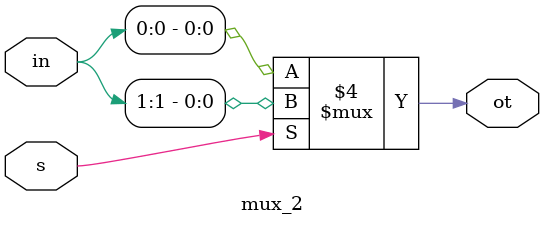
<source format=v>
 module mux_8 (out,inp,se);
  input [7:0] inp;
  input [2:0] se;
  output out;
  wire m1,m2,m3,m4,m5,m6;
  mux_2 s1 (.ot(m1),.in(inp[1:0]),.s(se[0]));
  mux_2 s2 (.ot(m2),.in(inp[3:2]),.s(se[0]));
  mux_2 s3 (.ot(m3),.in(inp[5:4]),.s(se[0]));
  mux_2 s4 (.ot(m4),.in(inp[7:6]),.s(se[0]));
  mux_2 s5 (.ot(m5),.in({m2,m1}),.s(se[1]));
  mux_2 s6 (.ot(m6),.in({m4,m3}),.s(se[1]));
  mux_2 s7 (.ot(out),.in({m6,m5}),.s(se[2]));
endmodule

module mux_2 (ot,in,s);
input [1:0] in;
input s;
output reg ot;
always @ (in or s)
begin
  if (!s)
    ot = in[0];
  else
    ot = in[1];
end 
endmodule  
    
 

</source>
